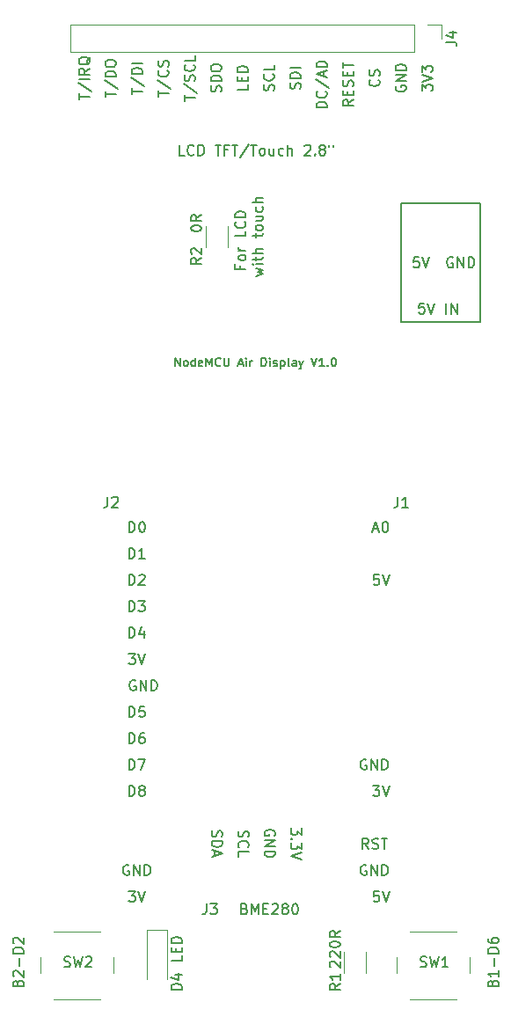
<source format=gbr>
G04 #@! TF.FileFunction,Legend,Top*
%FSLAX46Y46*%
G04 Gerber Fmt 4.6, Leading zero omitted, Abs format (unit mm)*
G04 Created by KiCad (PCBNEW 4.0.7) date 12/22/18 00:45:09*
%MOMM*%
%LPD*%
G01*
G04 APERTURE LIST*
%ADD10C,0.100000*%
%ADD11C,0.200000*%
%ADD12C,0.150000*%
%ADD13C,0.120000*%
G04 APERTURE END LIST*
D10*
D11*
X72477381Y-59856428D02*
X72477381Y-59284999D01*
X73477381Y-59570714D02*
X72477381Y-59570714D01*
X72429762Y-58237380D02*
X73715476Y-59094523D01*
X73477381Y-57904047D02*
X72477381Y-57904047D01*
X73477381Y-56856428D02*
X73001190Y-57189762D01*
X73477381Y-57427857D02*
X72477381Y-57427857D01*
X72477381Y-57046904D01*
X72525000Y-56951666D01*
X72572619Y-56904047D01*
X72667857Y-56856428D01*
X72810714Y-56856428D01*
X72905952Y-56904047D01*
X72953571Y-56951666D01*
X73001190Y-57046904D01*
X73001190Y-57427857D01*
X73572619Y-55761190D02*
X73525000Y-55856428D01*
X73429762Y-55951666D01*
X73286905Y-56094523D01*
X73239286Y-56189762D01*
X73239286Y-56285000D01*
X73477381Y-56237381D02*
X73429762Y-56332619D01*
X73334524Y-56427857D01*
X73144048Y-56475476D01*
X72810714Y-56475476D01*
X72620238Y-56427857D01*
X72525000Y-56332619D01*
X72477381Y-56237381D01*
X72477381Y-56046904D01*
X72525000Y-55951666D01*
X72620238Y-55856428D01*
X72810714Y-55808809D01*
X73144048Y-55808809D01*
X73334524Y-55856428D01*
X73429762Y-55951666D01*
X73477381Y-56046904D01*
X73477381Y-56237381D01*
X77557381Y-59332619D02*
X77557381Y-58761190D01*
X78557381Y-59046905D02*
X77557381Y-59046905D01*
X77509762Y-57713571D02*
X78795476Y-58570714D01*
X78557381Y-57380238D02*
X77557381Y-57380238D01*
X77557381Y-57142143D01*
X77605000Y-56999285D01*
X77700238Y-56904047D01*
X77795476Y-56856428D01*
X77985952Y-56808809D01*
X78128810Y-56808809D01*
X78319286Y-56856428D01*
X78414524Y-56904047D01*
X78509762Y-56999285D01*
X78557381Y-57142143D01*
X78557381Y-57380238D01*
X78557381Y-56380238D02*
X77557381Y-56380238D01*
X75017381Y-59618333D02*
X75017381Y-59046904D01*
X76017381Y-59332619D02*
X75017381Y-59332619D01*
X74969762Y-57999285D02*
X76255476Y-58856428D01*
X76017381Y-57665952D02*
X75017381Y-57665952D01*
X75017381Y-57427857D01*
X75065000Y-57284999D01*
X75160238Y-57189761D01*
X75255476Y-57142142D01*
X75445952Y-57094523D01*
X75588810Y-57094523D01*
X75779286Y-57142142D01*
X75874524Y-57189761D01*
X75969762Y-57284999D01*
X76017381Y-57427857D01*
X76017381Y-57665952D01*
X75017381Y-56475476D02*
X75017381Y-56284999D01*
X75065000Y-56189761D01*
X75160238Y-56094523D01*
X75350714Y-56046904D01*
X75684048Y-56046904D01*
X75874524Y-56094523D01*
X75969762Y-56189761D01*
X76017381Y-56284999D01*
X76017381Y-56475476D01*
X75969762Y-56570714D01*
X75874524Y-56665952D01*
X75684048Y-56713571D01*
X75350714Y-56713571D01*
X75160238Y-56665952D01*
X75065000Y-56570714D01*
X75017381Y-56475476D01*
X80097381Y-59570714D02*
X80097381Y-58999285D01*
X81097381Y-59285000D02*
X80097381Y-59285000D01*
X80049762Y-57951666D02*
X81335476Y-58808809D01*
X81002143Y-57046904D02*
X81049762Y-57094523D01*
X81097381Y-57237380D01*
X81097381Y-57332618D01*
X81049762Y-57475476D01*
X80954524Y-57570714D01*
X80859286Y-57618333D01*
X80668810Y-57665952D01*
X80525952Y-57665952D01*
X80335476Y-57618333D01*
X80240238Y-57570714D01*
X80145000Y-57475476D01*
X80097381Y-57332618D01*
X80097381Y-57237380D01*
X80145000Y-57094523D01*
X80192619Y-57046904D01*
X81049762Y-56665952D02*
X81097381Y-56523095D01*
X81097381Y-56284999D01*
X81049762Y-56189761D01*
X81002143Y-56142142D01*
X80906905Y-56094523D01*
X80811667Y-56094523D01*
X80716429Y-56142142D01*
X80668810Y-56189761D01*
X80621190Y-56284999D01*
X80573571Y-56475476D01*
X80525952Y-56570714D01*
X80478333Y-56618333D01*
X80383095Y-56665952D01*
X80287857Y-56665952D01*
X80192619Y-56618333D01*
X80145000Y-56570714D01*
X80097381Y-56475476D01*
X80097381Y-56237380D01*
X80145000Y-56094523D01*
X82637381Y-59975476D02*
X82637381Y-59404047D01*
X83637381Y-59689762D02*
X82637381Y-59689762D01*
X82589762Y-58356428D02*
X83875476Y-59213571D01*
X83589762Y-58070714D02*
X83637381Y-57927857D01*
X83637381Y-57689761D01*
X83589762Y-57594523D01*
X83542143Y-57546904D01*
X83446905Y-57499285D01*
X83351667Y-57499285D01*
X83256429Y-57546904D01*
X83208810Y-57594523D01*
X83161190Y-57689761D01*
X83113571Y-57880238D01*
X83065952Y-57975476D01*
X83018333Y-58023095D01*
X82923095Y-58070714D01*
X82827857Y-58070714D01*
X82732619Y-58023095D01*
X82685000Y-57975476D01*
X82637381Y-57880238D01*
X82637381Y-57642142D01*
X82685000Y-57499285D01*
X83542143Y-56499285D02*
X83589762Y-56546904D01*
X83637381Y-56689761D01*
X83637381Y-56784999D01*
X83589762Y-56927857D01*
X83494524Y-57023095D01*
X83399286Y-57070714D01*
X83208810Y-57118333D01*
X83065952Y-57118333D01*
X82875476Y-57070714D01*
X82780238Y-57023095D01*
X82685000Y-56927857D01*
X82637381Y-56784999D01*
X82637381Y-56689761D01*
X82685000Y-56546904D01*
X82732619Y-56499285D01*
X83637381Y-55594523D02*
X83637381Y-56070714D01*
X82637381Y-56070714D01*
X86129762Y-59094524D02*
X86177381Y-58951667D01*
X86177381Y-58713571D01*
X86129762Y-58618333D01*
X86082143Y-58570714D01*
X85986905Y-58523095D01*
X85891667Y-58523095D01*
X85796429Y-58570714D01*
X85748810Y-58618333D01*
X85701190Y-58713571D01*
X85653571Y-58904048D01*
X85605952Y-58999286D01*
X85558333Y-59046905D01*
X85463095Y-59094524D01*
X85367857Y-59094524D01*
X85272619Y-59046905D01*
X85225000Y-58999286D01*
X85177381Y-58904048D01*
X85177381Y-58665952D01*
X85225000Y-58523095D01*
X86177381Y-58094524D02*
X85177381Y-58094524D01*
X85177381Y-57856429D01*
X85225000Y-57713571D01*
X85320238Y-57618333D01*
X85415476Y-57570714D01*
X85605952Y-57523095D01*
X85748810Y-57523095D01*
X85939286Y-57570714D01*
X86034524Y-57618333D01*
X86129762Y-57713571D01*
X86177381Y-57856429D01*
X86177381Y-58094524D01*
X85177381Y-56904048D02*
X85177381Y-56713571D01*
X85225000Y-56618333D01*
X85320238Y-56523095D01*
X85510714Y-56475476D01*
X85844048Y-56475476D01*
X86034524Y-56523095D01*
X86129762Y-56618333D01*
X86177381Y-56713571D01*
X86177381Y-56904048D01*
X86129762Y-56999286D01*
X86034524Y-57094524D01*
X85844048Y-57142143D01*
X85510714Y-57142143D01*
X85320238Y-57094524D01*
X85225000Y-56999286D01*
X85177381Y-56904048D01*
D12*
X88003571Y-75810714D02*
X88003571Y-76144048D01*
X88527381Y-76144048D02*
X87527381Y-76144048D01*
X87527381Y-75667857D01*
X88527381Y-75144048D02*
X88479762Y-75239286D01*
X88432143Y-75286905D01*
X88336905Y-75334524D01*
X88051190Y-75334524D01*
X87955952Y-75286905D01*
X87908333Y-75239286D01*
X87860714Y-75144048D01*
X87860714Y-75001190D01*
X87908333Y-74905952D01*
X87955952Y-74858333D01*
X88051190Y-74810714D01*
X88336905Y-74810714D01*
X88432143Y-74858333D01*
X88479762Y-74905952D01*
X88527381Y-75001190D01*
X88527381Y-75144048D01*
X88527381Y-74382143D02*
X87860714Y-74382143D01*
X88051190Y-74382143D02*
X87955952Y-74334524D01*
X87908333Y-74286905D01*
X87860714Y-74191667D01*
X87860714Y-74096428D01*
X88527381Y-72524999D02*
X88527381Y-73001190D01*
X87527381Y-73001190D01*
X88432143Y-71620237D02*
X88479762Y-71667856D01*
X88527381Y-71810713D01*
X88527381Y-71905951D01*
X88479762Y-72048809D01*
X88384524Y-72144047D01*
X88289286Y-72191666D01*
X88098810Y-72239285D01*
X87955952Y-72239285D01*
X87765476Y-72191666D01*
X87670238Y-72144047D01*
X87575000Y-72048809D01*
X87527381Y-71905951D01*
X87527381Y-71810713D01*
X87575000Y-71667856D01*
X87622619Y-71620237D01*
X88527381Y-71191666D02*
X87527381Y-71191666D01*
X87527381Y-70953571D01*
X87575000Y-70810713D01*
X87670238Y-70715475D01*
X87765476Y-70667856D01*
X87955952Y-70620237D01*
X88098810Y-70620237D01*
X88289286Y-70667856D01*
X88384524Y-70715475D01*
X88479762Y-70810713D01*
X88527381Y-70953571D01*
X88527381Y-71191666D01*
X89510714Y-76834524D02*
X90177381Y-76644048D01*
X89701190Y-76453571D01*
X90177381Y-76263095D01*
X89510714Y-76072619D01*
X90177381Y-75691667D02*
X89510714Y-75691667D01*
X89177381Y-75691667D02*
X89225000Y-75739286D01*
X89272619Y-75691667D01*
X89225000Y-75644048D01*
X89177381Y-75691667D01*
X89272619Y-75691667D01*
X89510714Y-75358334D02*
X89510714Y-74977382D01*
X89177381Y-75215477D02*
X90034524Y-75215477D01*
X90129762Y-75167858D01*
X90177381Y-75072620D01*
X90177381Y-74977382D01*
X90177381Y-74644048D02*
X89177381Y-74644048D01*
X90177381Y-74215476D02*
X89653571Y-74215476D01*
X89558333Y-74263095D01*
X89510714Y-74358333D01*
X89510714Y-74501191D01*
X89558333Y-74596429D01*
X89605952Y-74644048D01*
X89510714Y-73120238D02*
X89510714Y-72739286D01*
X89177381Y-72977381D02*
X90034524Y-72977381D01*
X90129762Y-72929762D01*
X90177381Y-72834524D01*
X90177381Y-72739286D01*
X90177381Y-72263095D02*
X90129762Y-72358333D01*
X90082143Y-72405952D01*
X89986905Y-72453571D01*
X89701190Y-72453571D01*
X89605952Y-72405952D01*
X89558333Y-72358333D01*
X89510714Y-72263095D01*
X89510714Y-72120237D01*
X89558333Y-72024999D01*
X89605952Y-71977380D01*
X89701190Y-71929761D01*
X89986905Y-71929761D01*
X90082143Y-71977380D01*
X90129762Y-72024999D01*
X90177381Y-72120237D01*
X90177381Y-72263095D01*
X89510714Y-71072618D02*
X90177381Y-71072618D01*
X89510714Y-71501190D02*
X90034524Y-71501190D01*
X90129762Y-71453571D01*
X90177381Y-71358333D01*
X90177381Y-71215475D01*
X90129762Y-71120237D01*
X90082143Y-71072618D01*
X90129762Y-70167856D02*
X90177381Y-70263094D01*
X90177381Y-70453571D01*
X90129762Y-70548809D01*
X90082143Y-70596428D01*
X89986905Y-70644047D01*
X89701190Y-70644047D01*
X89605952Y-70596428D01*
X89558333Y-70548809D01*
X89510714Y-70453571D01*
X89510714Y-70263094D01*
X89558333Y-70167856D01*
X90177381Y-69739285D02*
X89177381Y-69739285D01*
X90177381Y-69310713D02*
X89653571Y-69310713D01*
X89558333Y-69358332D01*
X89510714Y-69453570D01*
X89510714Y-69596428D01*
X89558333Y-69691666D01*
X89605952Y-69739285D01*
D11*
X111125000Y-69850000D02*
X103505000Y-69850000D01*
X111125000Y-81280000D02*
X111125000Y-69850000D01*
X103505000Y-81280000D02*
X111125000Y-81280000D01*
X103505000Y-69850000D02*
X103505000Y-81280000D01*
X100353881Y-131960881D02*
X100020547Y-131484690D01*
X99782452Y-131960881D02*
X99782452Y-130960881D01*
X100163405Y-130960881D01*
X100258643Y-131008500D01*
X100306262Y-131056119D01*
X100353881Y-131151357D01*
X100353881Y-131294214D01*
X100306262Y-131389452D01*
X100258643Y-131437071D01*
X100163405Y-131484690D01*
X99782452Y-131484690D01*
X100734833Y-131913262D02*
X100877690Y-131960881D01*
X101115786Y-131960881D01*
X101211024Y-131913262D01*
X101258643Y-131865643D01*
X101306262Y-131770405D01*
X101306262Y-131675167D01*
X101258643Y-131579929D01*
X101211024Y-131532310D01*
X101115786Y-131484690D01*
X100925309Y-131437071D01*
X100830071Y-131389452D01*
X100782452Y-131341833D01*
X100734833Y-131246595D01*
X100734833Y-131151357D01*
X100782452Y-131056119D01*
X100830071Y-131008500D01*
X100925309Y-130960881D01*
X101163405Y-130960881D01*
X101306262Y-131008500D01*
X101591976Y-130960881D02*
X102163405Y-130960881D01*
X101877690Y-131960881D02*
X101877690Y-130960881D01*
X108458096Y-75065000D02*
X108362858Y-75017381D01*
X108220001Y-75017381D01*
X108077143Y-75065000D01*
X107981905Y-75160238D01*
X107934286Y-75255476D01*
X107886667Y-75445952D01*
X107886667Y-75588810D01*
X107934286Y-75779286D01*
X107981905Y-75874524D01*
X108077143Y-75969762D01*
X108220001Y-76017381D01*
X108315239Y-76017381D01*
X108458096Y-75969762D01*
X108505715Y-75922143D01*
X108505715Y-75588810D01*
X108315239Y-75588810D01*
X108934286Y-76017381D02*
X108934286Y-75017381D01*
X109505715Y-76017381D01*
X109505715Y-75017381D01*
X109981905Y-76017381D02*
X109981905Y-75017381D01*
X110220000Y-75017381D01*
X110362858Y-75065000D01*
X110458096Y-75160238D01*
X110505715Y-75255476D01*
X110553334Y-75445952D01*
X110553334Y-75588810D01*
X110505715Y-75779286D01*
X110458096Y-75874524D01*
X110362858Y-75969762D01*
X110220000Y-76017381D01*
X109981905Y-76017381D01*
X105219524Y-75017381D02*
X104743333Y-75017381D01*
X104695714Y-75493571D01*
X104743333Y-75445952D01*
X104838571Y-75398333D01*
X105076667Y-75398333D01*
X105171905Y-75445952D01*
X105219524Y-75493571D01*
X105267143Y-75588810D01*
X105267143Y-75826905D01*
X105219524Y-75922143D01*
X105171905Y-75969762D01*
X105076667Y-76017381D01*
X104838571Y-76017381D01*
X104743333Y-75969762D01*
X104695714Y-75922143D01*
X105552857Y-75017381D02*
X105886190Y-76017381D01*
X106219524Y-75017381D01*
X77303405Y-101480881D02*
X77303405Y-100480881D01*
X77541500Y-100480881D01*
X77684358Y-100528500D01*
X77779596Y-100623738D01*
X77827215Y-100718976D01*
X77874834Y-100909452D01*
X77874834Y-101052310D01*
X77827215Y-101242786D01*
X77779596Y-101338024D01*
X77684358Y-101433262D01*
X77541500Y-101480881D01*
X77303405Y-101480881D01*
X78493881Y-100480881D02*
X78589120Y-100480881D01*
X78684358Y-100528500D01*
X78731977Y-100576119D01*
X78779596Y-100671357D01*
X78827215Y-100861833D01*
X78827215Y-101099929D01*
X78779596Y-101290405D01*
X78731977Y-101385643D01*
X78684358Y-101433262D01*
X78589120Y-101480881D01*
X78493881Y-101480881D01*
X78398643Y-101433262D01*
X78351024Y-101385643D01*
X78303405Y-101290405D01*
X78255786Y-101099929D01*
X78255786Y-100861833D01*
X78303405Y-100671357D01*
X78351024Y-100576119D01*
X78398643Y-100528500D01*
X78493881Y-100480881D01*
X85320238Y-130230714D02*
X85272619Y-130373571D01*
X85272619Y-130611667D01*
X85320238Y-130706905D01*
X85367857Y-130754524D01*
X85463095Y-130802143D01*
X85558333Y-130802143D01*
X85653571Y-130754524D01*
X85701190Y-130706905D01*
X85748810Y-130611667D01*
X85796429Y-130421190D01*
X85844048Y-130325952D01*
X85891667Y-130278333D01*
X85986905Y-130230714D01*
X86082143Y-130230714D01*
X86177381Y-130278333D01*
X86225000Y-130325952D01*
X86272619Y-130421190D01*
X86272619Y-130659286D01*
X86225000Y-130802143D01*
X85272619Y-131230714D02*
X86272619Y-131230714D01*
X86272619Y-131468809D01*
X86225000Y-131611667D01*
X86129762Y-131706905D01*
X86034524Y-131754524D01*
X85844048Y-131802143D01*
X85701190Y-131802143D01*
X85510714Y-131754524D01*
X85415476Y-131706905D01*
X85320238Y-131611667D01*
X85272619Y-131468809D01*
X85272619Y-131230714D01*
X85558333Y-132183095D02*
X85558333Y-132659286D01*
X85272619Y-132087857D02*
X86272619Y-132421190D01*
X85272619Y-132754524D01*
X87860238Y-130254524D02*
X87812619Y-130397381D01*
X87812619Y-130635477D01*
X87860238Y-130730715D01*
X87907857Y-130778334D01*
X88003095Y-130825953D01*
X88098333Y-130825953D01*
X88193571Y-130778334D01*
X88241190Y-130730715D01*
X88288810Y-130635477D01*
X88336429Y-130445000D01*
X88384048Y-130349762D01*
X88431667Y-130302143D01*
X88526905Y-130254524D01*
X88622143Y-130254524D01*
X88717381Y-130302143D01*
X88765000Y-130349762D01*
X88812619Y-130445000D01*
X88812619Y-130683096D01*
X88765000Y-130825953D01*
X87907857Y-131825953D02*
X87860238Y-131778334D01*
X87812619Y-131635477D01*
X87812619Y-131540239D01*
X87860238Y-131397381D01*
X87955476Y-131302143D01*
X88050714Y-131254524D01*
X88241190Y-131206905D01*
X88384048Y-131206905D01*
X88574524Y-131254524D01*
X88669762Y-131302143D01*
X88765000Y-131397381D01*
X88812619Y-131540239D01*
X88812619Y-131635477D01*
X88765000Y-131778334D01*
X88717381Y-131825953D01*
X87812619Y-132730715D02*
X87812619Y-132254524D01*
X88812619Y-132254524D01*
X91305000Y-130683096D02*
X91352619Y-130587858D01*
X91352619Y-130445001D01*
X91305000Y-130302143D01*
X91209762Y-130206905D01*
X91114524Y-130159286D01*
X90924048Y-130111667D01*
X90781190Y-130111667D01*
X90590714Y-130159286D01*
X90495476Y-130206905D01*
X90400238Y-130302143D01*
X90352619Y-130445001D01*
X90352619Y-130540239D01*
X90400238Y-130683096D01*
X90447857Y-130730715D01*
X90781190Y-130730715D01*
X90781190Y-130540239D01*
X90352619Y-131159286D02*
X91352619Y-131159286D01*
X90352619Y-131730715D01*
X91352619Y-131730715D01*
X90352619Y-132206905D02*
X91352619Y-132206905D01*
X91352619Y-132445000D01*
X91305000Y-132587858D01*
X91209762Y-132683096D01*
X91114524Y-132730715D01*
X90924048Y-132778334D01*
X90781190Y-132778334D01*
X90590714Y-132730715D01*
X90495476Y-132683096D01*
X90400238Y-132587858D01*
X90352619Y-132445000D01*
X90352619Y-132206905D01*
X93892619Y-129968810D02*
X93892619Y-130587858D01*
X93511667Y-130254524D01*
X93511667Y-130397382D01*
X93464048Y-130492620D01*
X93416429Y-130540239D01*
X93321190Y-130587858D01*
X93083095Y-130587858D01*
X92987857Y-130540239D01*
X92940238Y-130492620D01*
X92892619Y-130397382D01*
X92892619Y-130111667D01*
X92940238Y-130016429D01*
X92987857Y-129968810D01*
X92987857Y-131016429D02*
X92940238Y-131064048D01*
X92892619Y-131016429D01*
X92940238Y-130968810D01*
X92987857Y-131016429D01*
X92892619Y-131016429D01*
X93892619Y-131397381D02*
X93892619Y-132016429D01*
X93511667Y-131683095D01*
X93511667Y-131825953D01*
X93464048Y-131921191D01*
X93416429Y-131968810D01*
X93321190Y-132016429D01*
X93083095Y-132016429D01*
X92987857Y-131968810D01*
X92940238Y-131921191D01*
X92892619Y-131825953D01*
X92892619Y-131540238D01*
X92940238Y-131445000D01*
X92987857Y-131397381D01*
X93892619Y-132302143D02*
X92892619Y-132635476D01*
X93892619Y-132968810D01*
X101322143Y-57951666D02*
X101369762Y-57999285D01*
X101417381Y-58142142D01*
X101417381Y-58237380D01*
X101369762Y-58380238D01*
X101274524Y-58475476D01*
X101179286Y-58523095D01*
X100988810Y-58570714D01*
X100845952Y-58570714D01*
X100655476Y-58523095D01*
X100560238Y-58475476D01*
X100465000Y-58380238D01*
X100417381Y-58237380D01*
X100417381Y-58142142D01*
X100465000Y-57999285D01*
X100512619Y-57951666D01*
X101369762Y-57570714D02*
X101417381Y-57427857D01*
X101417381Y-57189761D01*
X101369762Y-57094523D01*
X101322143Y-57046904D01*
X101226905Y-56999285D01*
X101131667Y-56999285D01*
X101036429Y-57046904D01*
X100988810Y-57094523D01*
X100941190Y-57189761D01*
X100893571Y-57380238D01*
X100845952Y-57475476D01*
X100798333Y-57523095D01*
X100703095Y-57570714D01*
X100607857Y-57570714D01*
X100512619Y-57523095D01*
X100465000Y-57475476D01*
X100417381Y-57380238D01*
X100417381Y-57142142D01*
X100465000Y-56999285D01*
X98877381Y-59872381D02*
X98401190Y-60205715D01*
X98877381Y-60443810D02*
X97877381Y-60443810D01*
X97877381Y-60062857D01*
X97925000Y-59967619D01*
X97972619Y-59920000D01*
X98067857Y-59872381D01*
X98210714Y-59872381D01*
X98305952Y-59920000D01*
X98353571Y-59967619D01*
X98401190Y-60062857D01*
X98401190Y-60443810D01*
X98353571Y-59443810D02*
X98353571Y-59110476D01*
X98877381Y-58967619D02*
X98877381Y-59443810D01*
X97877381Y-59443810D01*
X97877381Y-58967619D01*
X98829762Y-58586667D02*
X98877381Y-58443810D01*
X98877381Y-58205714D01*
X98829762Y-58110476D01*
X98782143Y-58062857D01*
X98686905Y-58015238D01*
X98591667Y-58015238D01*
X98496429Y-58062857D01*
X98448810Y-58110476D01*
X98401190Y-58205714D01*
X98353571Y-58396191D01*
X98305952Y-58491429D01*
X98258333Y-58539048D01*
X98163095Y-58586667D01*
X98067857Y-58586667D01*
X97972619Y-58539048D01*
X97925000Y-58491429D01*
X97877381Y-58396191D01*
X97877381Y-58158095D01*
X97925000Y-58015238D01*
X98353571Y-57586667D02*
X98353571Y-57253333D01*
X98877381Y-57110476D02*
X98877381Y-57586667D01*
X97877381Y-57586667D01*
X97877381Y-57110476D01*
X97877381Y-56824762D02*
X97877381Y-56253333D01*
X98877381Y-56539048D02*
X97877381Y-56539048D01*
X88717381Y-58427857D02*
X88717381Y-58904048D01*
X87717381Y-58904048D01*
X88193571Y-58094524D02*
X88193571Y-57761190D01*
X88717381Y-57618333D02*
X88717381Y-58094524D01*
X87717381Y-58094524D01*
X87717381Y-57618333D01*
X88717381Y-57189762D02*
X87717381Y-57189762D01*
X87717381Y-56951667D01*
X87765000Y-56808809D01*
X87860238Y-56713571D01*
X87955476Y-56665952D01*
X88145952Y-56618333D01*
X88288810Y-56618333D01*
X88479286Y-56665952D01*
X88574524Y-56713571D01*
X88669762Y-56808809D01*
X88717381Y-56951667D01*
X88717381Y-57189762D01*
X105497381Y-59023095D02*
X105497381Y-58404047D01*
X105878333Y-58737381D01*
X105878333Y-58594523D01*
X105925952Y-58499285D01*
X105973571Y-58451666D01*
X106068810Y-58404047D01*
X106306905Y-58404047D01*
X106402143Y-58451666D01*
X106449762Y-58499285D01*
X106497381Y-58594523D01*
X106497381Y-58880238D01*
X106449762Y-58975476D01*
X106402143Y-59023095D01*
X105497381Y-58118333D02*
X106497381Y-57785000D01*
X105497381Y-57451666D01*
X105497381Y-57213571D02*
X105497381Y-56594523D01*
X105878333Y-56927857D01*
X105878333Y-56784999D01*
X105925952Y-56689761D01*
X105973571Y-56642142D01*
X106068810Y-56594523D01*
X106306905Y-56594523D01*
X106402143Y-56642142D01*
X106449762Y-56689761D01*
X106497381Y-56784999D01*
X106497381Y-57070714D01*
X106449762Y-57165952D01*
X106402143Y-57213571D01*
X82630238Y-65222381D02*
X82154047Y-65222381D01*
X82154047Y-64222381D01*
X83535000Y-65127143D02*
X83487381Y-65174762D01*
X83344524Y-65222381D01*
X83249286Y-65222381D01*
X83106428Y-65174762D01*
X83011190Y-65079524D01*
X82963571Y-64984286D01*
X82915952Y-64793810D01*
X82915952Y-64650952D01*
X82963571Y-64460476D01*
X83011190Y-64365238D01*
X83106428Y-64270000D01*
X83249286Y-64222381D01*
X83344524Y-64222381D01*
X83487381Y-64270000D01*
X83535000Y-64317619D01*
X83963571Y-65222381D02*
X83963571Y-64222381D01*
X84201666Y-64222381D01*
X84344524Y-64270000D01*
X84439762Y-64365238D01*
X84487381Y-64460476D01*
X84535000Y-64650952D01*
X84535000Y-64793810D01*
X84487381Y-64984286D01*
X84439762Y-65079524D01*
X84344524Y-65174762D01*
X84201666Y-65222381D01*
X83963571Y-65222381D01*
X85582619Y-64222381D02*
X86154048Y-64222381D01*
X85868333Y-65222381D02*
X85868333Y-64222381D01*
X86820715Y-64698571D02*
X86487381Y-64698571D01*
X86487381Y-65222381D02*
X86487381Y-64222381D01*
X86963572Y-64222381D01*
X87201667Y-64222381D02*
X87773096Y-64222381D01*
X87487381Y-65222381D02*
X87487381Y-64222381D01*
X88820715Y-64174762D02*
X87963572Y-65460476D01*
X89011191Y-64222381D02*
X89582620Y-64222381D01*
X89296905Y-65222381D02*
X89296905Y-64222381D01*
X90058810Y-65222381D02*
X89963572Y-65174762D01*
X89915953Y-65127143D01*
X89868334Y-65031905D01*
X89868334Y-64746190D01*
X89915953Y-64650952D01*
X89963572Y-64603333D01*
X90058810Y-64555714D01*
X90201668Y-64555714D01*
X90296906Y-64603333D01*
X90344525Y-64650952D01*
X90392144Y-64746190D01*
X90392144Y-65031905D01*
X90344525Y-65127143D01*
X90296906Y-65174762D01*
X90201668Y-65222381D01*
X90058810Y-65222381D01*
X91249287Y-64555714D02*
X91249287Y-65222381D01*
X90820715Y-64555714D02*
X90820715Y-65079524D01*
X90868334Y-65174762D01*
X90963572Y-65222381D01*
X91106430Y-65222381D01*
X91201668Y-65174762D01*
X91249287Y-65127143D01*
X92154049Y-65174762D02*
X92058811Y-65222381D01*
X91868334Y-65222381D01*
X91773096Y-65174762D01*
X91725477Y-65127143D01*
X91677858Y-65031905D01*
X91677858Y-64746190D01*
X91725477Y-64650952D01*
X91773096Y-64603333D01*
X91868334Y-64555714D01*
X92058811Y-64555714D01*
X92154049Y-64603333D01*
X92582620Y-65222381D02*
X92582620Y-64222381D01*
X93011192Y-65222381D02*
X93011192Y-64698571D01*
X92963573Y-64603333D01*
X92868335Y-64555714D01*
X92725477Y-64555714D01*
X92630239Y-64603333D01*
X92582620Y-64650952D01*
X94201668Y-64317619D02*
X94249287Y-64270000D01*
X94344525Y-64222381D01*
X94582621Y-64222381D01*
X94677859Y-64270000D01*
X94725478Y-64317619D01*
X94773097Y-64412857D01*
X94773097Y-64508095D01*
X94725478Y-64650952D01*
X94154049Y-65222381D01*
X94773097Y-65222381D01*
X95201668Y-65127143D02*
X95249287Y-65174762D01*
X95201668Y-65222381D01*
X95154049Y-65174762D01*
X95201668Y-65127143D01*
X95201668Y-65222381D01*
X95820715Y-64650952D02*
X95725477Y-64603333D01*
X95677858Y-64555714D01*
X95630239Y-64460476D01*
X95630239Y-64412857D01*
X95677858Y-64317619D01*
X95725477Y-64270000D01*
X95820715Y-64222381D01*
X96011192Y-64222381D01*
X96106430Y-64270000D01*
X96154049Y-64317619D01*
X96201668Y-64412857D01*
X96201668Y-64460476D01*
X96154049Y-64555714D01*
X96106430Y-64603333D01*
X96011192Y-64650952D01*
X95820715Y-64650952D01*
X95725477Y-64698571D01*
X95677858Y-64746190D01*
X95630239Y-64841429D01*
X95630239Y-65031905D01*
X95677858Y-65127143D01*
X95725477Y-65174762D01*
X95820715Y-65222381D01*
X96011192Y-65222381D01*
X96106430Y-65174762D01*
X96154049Y-65127143D01*
X96201668Y-65031905D01*
X96201668Y-64841429D01*
X96154049Y-64746190D01*
X96106430Y-64698571D01*
X96011192Y-64650952D01*
X96582620Y-64222381D02*
X96582620Y-64412857D01*
X96963573Y-64222381D02*
X96963573Y-64412857D01*
X77279596Y-133548500D02*
X77184358Y-133500881D01*
X77041501Y-133500881D01*
X76898643Y-133548500D01*
X76803405Y-133643738D01*
X76755786Y-133738976D01*
X76708167Y-133929452D01*
X76708167Y-134072310D01*
X76755786Y-134262786D01*
X76803405Y-134358024D01*
X76898643Y-134453262D01*
X77041501Y-134500881D01*
X77136739Y-134500881D01*
X77279596Y-134453262D01*
X77327215Y-134405643D01*
X77327215Y-134072310D01*
X77136739Y-134072310D01*
X77755786Y-134500881D02*
X77755786Y-133500881D01*
X78327215Y-134500881D01*
X78327215Y-133500881D01*
X78803405Y-134500881D02*
X78803405Y-133500881D01*
X79041500Y-133500881D01*
X79184358Y-133548500D01*
X79279596Y-133643738D01*
X79327215Y-133738976D01*
X79374834Y-133929452D01*
X79374834Y-134072310D01*
X79327215Y-134262786D01*
X79279596Y-134358024D01*
X79184358Y-134453262D01*
X79041500Y-134500881D01*
X78803405Y-134500881D01*
X77279595Y-136040881D02*
X77898643Y-136040881D01*
X77565309Y-136421833D01*
X77708167Y-136421833D01*
X77803405Y-136469452D01*
X77851024Y-136517071D01*
X77898643Y-136612310D01*
X77898643Y-136850405D01*
X77851024Y-136945643D01*
X77803405Y-136993262D01*
X77708167Y-137040881D01*
X77422452Y-137040881D01*
X77327214Y-136993262D01*
X77279595Y-136945643D01*
X78184357Y-136040881D02*
X78517690Y-137040881D01*
X78851024Y-136040881D01*
X100822214Y-101195167D02*
X101298405Y-101195167D01*
X100726976Y-101480881D02*
X101060309Y-100480881D01*
X101393643Y-101480881D01*
X101917452Y-100480881D02*
X102012691Y-100480881D01*
X102107929Y-100528500D01*
X102155548Y-100576119D01*
X102203167Y-100671357D01*
X102250786Y-100861833D01*
X102250786Y-101099929D01*
X102203167Y-101290405D01*
X102155548Y-101385643D01*
X102107929Y-101433262D01*
X102012691Y-101480881D01*
X101917452Y-101480881D01*
X101822214Y-101433262D01*
X101774595Y-101385643D01*
X101726976Y-101290405D01*
X101679357Y-101099929D01*
X101679357Y-100861833D01*
X101726976Y-100671357D01*
X101774595Y-100576119D01*
X101822214Y-100528500D01*
X101917452Y-100480881D01*
X101346024Y-105560881D02*
X100869833Y-105560881D01*
X100822214Y-106037071D01*
X100869833Y-105989452D01*
X100965071Y-105941833D01*
X101203167Y-105941833D01*
X101298405Y-105989452D01*
X101346024Y-106037071D01*
X101393643Y-106132310D01*
X101393643Y-106370405D01*
X101346024Y-106465643D01*
X101298405Y-106513262D01*
X101203167Y-106560881D01*
X100965071Y-106560881D01*
X100869833Y-106513262D01*
X100822214Y-106465643D01*
X101679357Y-105560881D02*
X102012690Y-106560881D01*
X102346024Y-105560881D01*
X77914596Y-115768500D02*
X77819358Y-115720881D01*
X77676501Y-115720881D01*
X77533643Y-115768500D01*
X77438405Y-115863738D01*
X77390786Y-115958976D01*
X77343167Y-116149452D01*
X77343167Y-116292310D01*
X77390786Y-116482786D01*
X77438405Y-116578024D01*
X77533643Y-116673262D01*
X77676501Y-116720881D01*
X77771739Y-116720881D01*
X77914596Y-116673262D01*
X77962215Y-116625643D01*
X77962215Y-116292310D01*
X77771739Y-116292310D01*
X78390786Y-116720881D02*
X78390786Y-115720881D01*
X78962215Y-116720881D01*
X78962215Y-115720881D01*
X79438405Y-116720881D02*
X79438405Y-115720881D01*
X79676500Y-115720881D01*
X79819358Y-115768500D01*
X79914596Y-115863738D01*
X79962215Y-115958976D01*
X80009834Y-116149452D01*
X80009834Y-116292310D01*
X79962215Y-116482786D01*
X79914596Y-116578024D01*
X79819358Y-116673262D01*
X79676500Y-116720881D01*
X79438405Y-116720881D01*
X100139596Y-133548500D02*
X100044358Y-133500881D01*
X99901501Y-133500881D01*
X99758643Y-133548500D01*
X99663405Y-133643738D01*
X99615786Y-133738976D01*
X99568167Y-133929452D01*
X99568167Y-134072310D01*
X99615786Y-134262786D01*
X99663405Y-134358024D01*
X99758643Y-134453262D01*
X99901501Y-134500881D01*
X99996739Y-134500881D01*
X100139596Y-134453262D01*
X100187215Y-134405643D01*
X100187215Y-134072310D01*
X99996739Y-134072310D01*
X100615786Y-134500881D02*
X100615786Y-133500881D01*
X101187215Y-134500881D01*
X101187215Y-133500881D01*
X101663405Y-134500881D02*
X101663405Y-133500881D01*
X101901500Y-133500881D01*
X102044358Y-133548500D01*
X102139596Y-133643738D01*
X102187215Y-133738976D01*
X102234834Y-133929452D01*
X102234834Y-134072310D01*
X102187215Y-134262786D01*
X102139596Y-134358024D01*
X102044358Y-134453262D01*
X101901500Y-134500881D01*
X101663405Y-134500881D01*
X100139596Y-123388500D02*
X100044358Y-123340881D01*
X99901501Y-123340881D01*
X99758643Y-123388500D01*
X99663405Y-123483738D01*
X99615786Y-123578976D01*
X99568167Y-123769452D01*
X99568167Y-123912310D01*
X99615786Y-124102786D01*
X99663405Y-124198024D01*
X99758643Y-124293262D01*
X99901501Y-124340881D01*
X99996739Y-124340881D01*
X100139596Y-124293262D01*
X100187215Y-124245643D01*
X100187215Y-123912310D01*
X99996739Y-123912310D01*
X100615786Y-124340881D02*
X100615786Y-123340881D01*
X101187215Y-124340881D01*
X101187215Y-123340881D01*
X101663405Y-124340881D02*
X101663405Y-123340881D01*
X101901500Y-123340881D01*
X102044358Y-123388500D01*
X102139596Y-123483738D01*
X102187215Y-123578976D01*
X102234834Y-123769452D01*
X102234834Y-123912310D01*
X102187215Y-124102786D01*
X102139596Y-124198024D01*
X102044358Y-124293262D01*
X101901500Y-124340881D01*
X101663405Y-124340881D01*
X101346024Y-136040881D02*
X100869833Y-136040881D01*
X100822214Y-136517071D01*
X100869833Y-136469452D01*
X100965071Y-136421833D01*
X101203167Y-136421833D01*
X101298405Y-136469452D01*
X101346024Y-136517071D01*
X101393643Y-136612310D01*
X101393643Y-136850405D01*
X101346024Y-136945643D01*
X101298405Y-136993262D01*
X101203167Y-137040881D01*
X100965071Y-137040881D01*
X100869833Y-136993262D01*
X100822214Y-136945643D01*
X101679357Y-136040881D02*
X102012690Y-137040881D01*
X102346024Y-136040881D01*
X100774595Y-125880881D02*
X101393643Y-125880881D01*
X101060309Y-126261833D01*
X101203167Y-126261833D01*
X101298405Y-126309452D01*
X101346024Y-126357071D01*
X101393643Y-126452310D01*
X101393643Y-126690405D01*
X101346024Y-126785643D01*
X101298405Y-126833262D01*
X101203167Y-126880881D01*
X100917452Y-126880881D01*
X100822214Y-126833262D01*
X100774595Y-126785643D01*
X101679357Y-125880881D02*
X102012690Y-126880881D01*
X102346024Y-125880881D01*
X77279595Y-113180881D02*
X77898643Y-113180881D01*
X77565309Y-113561833D01*
X77708167Y-113561833D01*
X77803405Y-113609452D01*
X77851024Y-113657071D01*
X77898643Y-113752310D01*
X77898643Y-113990405D01*
X77851024Y-114085643D01*
X77803405Y-114133262D01*
X77708167Y-114180881D01*
X77422452Y-114180881D01*
X77327214Y-114133262D01*
X77279595Y-114085643D01*
X78184357Y-113180881D02*
X78517690Y-114180881D01*
X78851024Y-113180881D01*
X77303405Y-121800881D02*
X77303405Y-120800881D01*
X77541500Y-120800881D01*
X77684358Y-120848500D01*
X77779596Y-120943738D01*
X77827215Y-121038976D01*
X77874834Y-121229452D01*
X77874834Y-121372310D01*
X77827215Y-121562786D01*
X77779596Y-121658024D01*
X77684358Y-121753262D01*
X77541500Y-121800881D01*
X77303405Y-121800881D01*
X78731977Y-120800881D02*
X78541500Y-120800881D01*
X78446262Y-120848500D01*
X78398643Y-120896119D01*
X78303405Y-121038976D01*
X78255786Y-121229452D01*
X78255786Y-121610405D01*
X78303405Y-121705643D01*
X78351024Y-121753262D01*
X78446262Y-121800881D01*
X78636739Y-121800881D01*
X78731977Y-121753262D01*
X78779596Y-121705643D01*
X78827215Y-121610405D01*
X78827215Y-121372310D01*
X78779596Y-121277071D01*
X78731977Y-121229452D01*
X78636739Y-121181833D01*
X78446262Y-121181833D01*
X78351024Y-121229452D01*
X78303405Y-121277071D01*
X78255786Y-121372310D01*
X77303405Y-111640881D02*
X77303405Y-110640881D01*
X77541500Y-110640881D01*
X77684358Y-110688500D01*
X77779596Y-110783738D01*
X77827215Y-110878976D01*
X77874834Y-111069452D01*
X77874834Y-111212310D01*
X77827215Y-111402786D01*
X77779596Y-111498024D01*
X77684358Y-111593262D01*
X77541500Y-111640881D01*
X77303405Y-111640881D01*
X78731977Y-110974214D02*
X78731977Y-111640881D01*
X78493881Y-110593262D02*
X78255786Y-111307548D01*
X78874834Y-111307548D01*
X77303405Y-109100881D02*
X77303405Y-108100881D01*
X77541500Y-108100881D01*
X77684358Y-108148500D01*
X77779596Y-108243738D01*
X77827215Y-108338976D01*
X77874834Y-108529452D01*
X77874834Y-108672310D01*
X77827215Y-108862786D01*
X77779596Y-108958024D01*
X77684358Y-109053262D01*
X77541500Y-109100881D01*
X77303405Y-109100881D01*
X78208167Y-108100881D02*
X78827215Y-108100881D01*
X78493881Y-108481833D01*
X78636739Y-108481833D01*
X78731977Y-108529452D01*
X78779596Y-108577071D01*
X78827215Y-108672310D01*
X78827215Y-108910405D01*
X78779596Y-109005643D01*
X78731977Y-109053262D01*
X78636739Y-109100881D01*
X78351024Y-109100881D01*
X78255786Y-109053262D01*
X78208167Y-109005643D01*
X77303405Y-119260881D02*
X77303405Y-118260881D01*
X77541500Y-118260881D01*
X77684358Y-118308500D01*
X77779596Y-118403738D01*
X77827215Y-118498976D01*
X77874834Y-118689452D01*
X77874834Y-118832310D01*
X77827215Y-119022786D01*
X77779596Y-119118024D01*
X77684358Y-119213262D01*
X77541500Y-119260881D01*
X77303405Y-119260881D01*
X78779596Y-118260881D02*
X78303405Y-118260881D01*
X78255786Y-118737071D01*
X78303405Y-118689452D01*
X78398643Y-118641833D01*
X78636739Y-118641833D01*
X78731977Y-118689452D01*
X78779596Y-118737071D01*
X78827215Y-118832310D01*
X78827215Y-119070405D01*
X78779596Y-119165643D01*
X78731977Y-119213262D01*
X78636739Y-119260881D01*
X78398643Y-119260881D01*
X78303405Y-119213262D01*
X78255786Y-119165643D01*
D12*
X81757214Y-85515405D02*
X81757214Y-84715405D01*
X82214357Y-85515405D01*
X82214357Y-84715405D01*
X82709595Y-85515405D02*
X82633404Y-85477310D01*
X82595309Y-85439214D01*
X82557214Y-85363024D01*
X82557214Y-85134452D01*
X82595309Y-85058262D01*
X82633404Y-85020167D01*
X82709595Y-84982071D01*
X82823881Y-84982071D01*
X82900071Y-85020167D01*
X82938166Y-85058262D01*
X82976262Y-85134452D01*
X82976262Y-85363024D01*
X82938166Y-85439214D01*
X82900071Y-85477310D01*
X82823881Y-85515405D01*
X82709595Y-85515405D01*
X83661976Y-85515405D02*
X83661976Y-84715405D01*
X83661976Y-85477310D02*
X83585786Y-85515405D01*
X83433405Y-85515405D01*
X83357214Y-85477310D01*
X83319119Y-85439214D01*
X83281024Y-85363024D01*
X83281024Y-85134452D01*
X83319119Y-85058262D01*
X83357214Y-85020167D01*
X83433405Y-84982071D01*
X83585786Y-84982071D01*
X83661976Y-85020167D01*
X84347691Y-85477310D02*
X84271501Y-85515405D01*
X84119120Y-85515405D01*
X84042929Y-85477310D01*
X84004834Y-85401119D01*
X84004834Y-85096357D01*
X84042929Y-85020167D01*
X84119120Y-84982071D01*
X84271501Y-84982071D01*
X84347691Y-85020167D01*
X84385786Y-85096357D01*
X84385786Y-85172548D01*
X84004834Y-85248738D01*
X84728643Y-85515405D02*
X84728643Y-84715405D01*
X84995310Y-85286833D01*
X85261977Y-84715405D01*
X85261977Y-85515405D01*
X86100072Y-85439214D02*
X86061977Y-85477310D01*
X85947691Y-85515405D01*
X85871501Y-85515405D01*
X85757215Y-85477310D01*
X85681024Y-85401119D01*
X85642929Y-85324929D01*
X85604834Y-85172548D01*
X85604834Y-85058262D01*
X85642929Y-84905881D01*
X85681024Y-84829690D01*
X85757215Y-84753500D01*
X85871501Y-84715405D01*
X85947691Y-84715405D01*
X86061977Y-84753500D01*
X86100072Y-84791595D01*
X86442929Y-84715405D02*
X86442929Y-85363024D01*
X86481024Y-85439214D01*
X86519120Y-85477310D01*
X86595310Y-85515405D01*
X86747691Y-85515405D01*
X86823882Y-85477310D01*
X86861977Y-85439214D01*
X86900072Y-85363024D01*
X86900072Y-84715405D01*
X87852453Y-85286833D02*
X88233405Y-85286833D01*
X87776262Y-85515405D02*
X88042929Y-84715405D01*
X88309596Y-85515405D01*
X88576262Y-85515405D02*
X88576262Y-84982071D01*
X88576262Y-84715405D02*
X88538167Y-84753500D01*
X88576262Y-84791595D01*
X88614357Y-84753500D01*
X88576262Y-84715405D01*
X88576262Y-84791595D01*
X88957214Y-85515405D02*
X88957214Y-84982071D01*
X88957214Y-85134452D02*
X88995309Y-85058262D01*
X89033405Y-85020167D01*
X89109595Y-84982071D01*
X89185786Y-84982071D01*
X90061976Y-85515405D02*
X90061976Y-84715405D01*
X90252452Y-84715405D01*
X90366738Y-84753500D01*
X90442929Y-84829690D01*
X90481024Y-84905881D01*
X90519119Y-85058262D01*
X90519119Y-85172548D01*
X90481024Y-85324929D01*
X90442929Y-85401119D01*
X90366738Y-85477310D01*
X90252452Y-85515405D01*
X90061976Y-85515405D01*
X90861976Y-85515405D02*
X90861976Y-84982071D01*
X90861976Y-84715405D02*
X90823881Y-84753500D01*
X90861976Y-84791595D01*
X90900071Y-84753500D01*
X90861976Y-84715405D01*
X90861976Y-84791595D01*
X91204833Y-85477310D02*
X91281023Y-85515405D01*
X91433404Y-85515405D01*
X91509595Y-85477310D01*
X91547690Y-85401119D01*
X91547690Y-85363024D01*
X91509595Y-85286833D01*
X91433404Y-85248738D01*
X91319119Y-85248738D01*
X91242928Y-85210643D01*
X91204833Y-85134452D01*
X91204833Y-85096357D01*
X91242928Y-85020167D01*
X91319119Y-84982071D01*
X91433404Y-84982071D01*
X91509595Y-85020167D01*
X91890547Y-84982071D02*
X91890547Y-85782071D01*
X91890547Y-85020167D02*
X91966738Y-84982071D01*
X92119119Y-84982071D01*
X92195309Y-85020167D01*
X92233404Y-85058262D01*
X92271500Y-85134452D01*
X92271500Y-85363024D01*
X92233404Y-85439214D01*
X92195309Y-85477310D01*
X92119119Y-85515405D01*
X91966738Y-85515405D01*
X91890547Y-85477310D01*
X92728643Y-85515405D02*
X92652452Y-85477310D01*
X92614357Y-85401119D01*
X92614357Y-84715405D01*
X93376262Y-85515405D02*
X93376262Y-85096357D01*
X93338167Y-85020167D01*
X93261977Y-84982071D01*
X93109596Y-84982071D01*
X93033405Y-85020167D01*
X93376262Y-85477310D02*
X93300072Y-85515405D01*
X93109596Y-85515405D01*
X93033405Y-85477310D01*
X92995310Y-85401119D01*
X92995310Y-85324929D01*
X93033405Y-85248738D01*
X93109596Y-85210643D01*
X93300072Y-85210643D01*
X93376262Y-85172548D01*
X93681025Y-84982071D02*
X93871501Y-85515405D01*
X94061977Y-84982071D02*
X93871501Y-85515405D01*
X93795310Y-85705881D01*
X93757215Y-85743976D01*
X93681025Y-85782071D01*
X94861977Y-84715405D02*
X95128644Y-85515405D01*
X95395311Y-84715405D01*
X96081025Y-85515405D02*
X95623882Y-85515405D01*
X95852453Y-85515405D02*
X95852453Y-84715405D01*
X95776263Y-84829690D01*
X95700072Y-84905881D01*
X95623882Y-84943976D01*
X96423882Y-85439214D02*
X96461977Y-85477310D01*
X96423882Y-85515405D01*
X96385787Y-85477310D01*
X96423882Y-85439214D01*
X96423882Y-85515405D01*
X96957215Y-84715405D02*
X97033406Y-84715405D01*
X97109596Y-84753500D01*
X97147691Y-84791595D01*
X97185787Y-84867786D01*
X97223882Y-85020167D01*
X97223882Y-85210643D01*
X97185787Y-85363024D01*
X97147691Y-85439214D01*
X97109596Y-85477310D01*
X97033406Y-85515405D01*
X96957215Y-85515405D01*
X96881025Y-85477310D01*
X96842929Y-85439214D01*
X96804834Y-85363024D01*
X96766739Y-85210643D01*
X96766739Y-85020167D01*
X96804834Y-84867786D01*
X96842929Y-84791595D01*
X96881025Y-84753500D01*
X96957215Y-84715405D01*
D11*
X77303405Y-126880881D02*
X77303405Y-125880881D01*
X77541500Y-125880881D01*
X77684358Y-125928500D01*
X77779596Y-126023738D01*
X77827215Y-126118976D01*
X77874834Y-126309452D01*
X77874834Y-126452310D01*
X77827215Y-126642786D01*
X77779596Y-126738024D01*
X77684358Y-126833262D01*
X77541500Y-126880881D01*
X77303405Y-126880881D01*
X78446262Y-126309452D02*
X78351024Y-126261833D01*
X78303405Y-126214214D01*
X78255786Y-126118976D01*
X78255786Y-126071357D01*
X78303405Y-125976119D01*
X78351024Y-125928500D01*
X78446262Y-125880881D01*
X78636739Y-125880881D01*
X78731977Y-125928500D01*
X78779596Y-125976119D01*
X78827215Y-126071357D01*
X78827215Y-126118976D01*
X78779596Y-126214214D01*
X78731977Y-126261833D01*
X78636739Y-126309452D01*
X78446262Y-126309452D01*
X78351024Y-126357071D01*
X78303405Y-126404690D01*
X78255786Y-126499929D01*
X78255786Y-126690405D01*
X78303405Y-126785643D01*
X78351024Y-126833262D01*
X78446262Y-126880881D01*
X78636739Y-126880881D01*
X78731977Y-126833262D01*
X78779596Y-126785643D01*
X78827215Y-126690405D01*
X78827215Y-126499929D01*
X78779596Y-126404690D01*
X78731977Y-126357071D01*
X78636739Y-126309452D01*
X77303405Y-124340881D02*
X77303405Y-123340881D01*
X77541500Y-123340881D01*
X77684358Y-123388500D01*
X77779596Y-123483738D01*
X77827215Y-123578976D01*
X77874834Y-123769452D01*
X77874834Y-123912310D01*
X77827215Y-124102786D01*
X77779596Y-124198024D01*
X77684358Y-124293262D01*
X77541500Y-124340881D01*
X77303405Y-124340881D01*
X78208167Y-123340881D02*
X78874834Y-123340881D01*
X78446262Y-124340881D01*
X77303405Y-106560881D02*
X77303405Y-105560881D01*
X77541500Y-105560881D01*
X77684358Y-105608500D01*
X77779596Y-105703738D01*
X77827215Y-105798976D01*
X77874834Y-105989452D01*
X77874834Y-106132310D01*
X77827215Y-106322786D01*
X77779596Y-106418024D01*
X77684358Y-106513262D01*
X77541500Y-106560881D01*
X77303405Y-106560881D01*
X78255786Y-105656119D02*
X78303405Y-105608500D01*
X78398643Y-105560881D01*
X78636739Y-105560881D01*
X78731977Y-105608500D01*
X78779596Y-105656119D01*
X78827215Y-105751357D01*
X78827215Y-105846595D01*
X78779596Y-105989452D01*
X78208167Y-106560881D01*
X78827215Y-106560881D01*
X77303405Y-104020881D02*
X77303405Y-103020881D01*
X77541500Y-103020881D01*
X77684358Y-103068500D01*
X77779596Y-103163738D01*
X77827215Y-103258976D01*
X77874834Y-103449452D01*
X77874834Y-103592310D01*
X77827215Y-103782786D01*
X77779596Y-103878024D01*
X77684358Y-103973262D01*
X77541500Y-104020881D01*
X77303405Y-104020881D01*
X78827215Y-104020881D02*
X78255786Y-104020881D01*
X78541500Y-104020881D02*
X78541500Y-103020881D01*
X78446262Y-103163738D01*
X78351024Y-103258976D01*
X78255786Y-103306595D01*
X96337381Y-60634286D02*
X95337381Y-60634286D01*
X95337381Y-60396191D01*
X95385000Y-60253333D01*
X95480238Y-60158095D01*
X95575476Y-60110476D01*
X95765952Y-60062857D01*
X95908810Y-60062857D01*
X96099286Y-60110476D01*
X96194524Y-60158095D01*
X96289762Y-60253333D01*
X96337381Y-60396191D01*
X96337381Y-60634286D01*
X96242143Y-59062857D02*
X96289762Y-59110476D01*
X96337381Y-59253333D01*
X96337381Y-59348571D01*
X96289762Y-59491429D01*
X96194524Y-59586667D01*
X96099286Y-59634286D01*
X95908810Y-59681905D01*
X95765952Y-59681905D01*
X95575476Y-59634286D01*
X95480238Y-59586667D01*
X95385000Y-59491429D01*
X95337381Y-59348571D01*
X95337381Y-59253333D01*
X95385000Y-59110476D01*
X95432619Y-59062857D01*
X95289762Y-57920000D02*
X96575476Y-58777143D01*
X96051667Y-57634286D02*
X96051667Y-57158095D01*
X96337381Y-57729524D02*
X95337381Y-57396191D01*
X96337381Y-57062857D01*
X96337381Y-56729524D02*
X95337381Y-56729524D01*
X95337381Y-56491429D01*
X95385000Y-56348571D01*
X95480238Y-56253333D01*
X95575476Y-56205714D01*
X95765952Y-56158095D01*
X95908810Y-56158095D01*
X96099286Y-56205714D01*
X96194524Y-56253333D01*
X96289762Y-56348571D01*
X96337381Y-56491429D01*
X96337381Y-56729524D01*
X103005000Y-58546904D02*
X102957381Y-58642142D01*
X102957381Y-58784999D01*
X103005000Y-58927857D01*
X103100238Y-59023095D01*
X103195476Y-59070714D01*
X103385952Y-59118333D01*
X103528810Y-59118333D01*
X103719286Y-59070714D01*
X103814524Y-59023095D01*
X103909762Y-58927857D01*
X103957381Y-58784999D01*
X103957381Y-58689761D01*
X103909762Y-58546904D01*
X103862143Y-58499285D01*
X103528810Y-58499285D01*
X103528810Y-58689761D01*
X103957381Y-58070714D02*
X102957381Y-58070714D01*
X103957381Y-57499285D01*
X102957381Y-57499285D01*
X103957381Y-57023095D02*
X102957381Y-57023095D01*
X102957381Y-56785000D01*
X103005000Y-56642142D01*
X103100238Y-56546904D01*
X103195476Y-56499285D01*
X103385952Y-56451666D01*
X103528810Y-56451666D01*
X103719286Y-56499285D01*
X103814524Y-56546904D01*
X103909762Y-56642142D01*
X103957381Y-56785000D01*
X103957381Y-57023095D01*
X91209762Y-58975476D02*
X91257381Y-58832619D01*
X91257381Y-58594523D01*
X91209762Y-58499285D01*
X91162143Y-58451666D01*
X91066905Y-58404047D01*
X90971667Y-58404047D01*
X90876429Y-58451666D01*
X90828810Y-58499285D01*
X90781190Y-58594523D01*
X90733571Y-58785000D01*
X90685952Y-58880238D01*
X90638333Y-58927857D01*
X90543095Y-58975476D01*
X90447857Y-58975476D01*
X90352619Y-58927857D01*
X90305000Y-58880238D01*
X90257381Y-58785000D01*
X90257381Y-58546904D01*
X90305000Y-58404047D01*
X91162143Y-57404047D02*
X91209762Y-57451666D01*
X91257381Y-57594523D01*
X91257381Y-57689761D01*
X91209762Y-57832619D01*
X91114524Y-57927857D01*
X91019286Y-57975476D01*
X90828810Y-58023095D01*
X90685952Y-58023095D01*
X90495476Y-57975476D01*
X90400238Y-57927857D01*
X90305000Y-57832619D01*
X90257381Y-57689761D01*
X90257381Y-57594523D01*
X90305000Y-57451666D01*
X90352619Y-57404047D01*
X91257381Y-56499285D02*
X91257381Y-56975476D01*
X90257381Y-56975476D01*
X93749762Y-58808809D02*
X93797381Y-58665952D01*
X93797381Y-58427856D01*
X93749762Y-58332618D01*
X93702143Y-58284999D01*
X93606905Y-58237380D01*
X93511667Y-58237380D01*
X93416429Y-58284999D01*
X93368810Y-58332618D01*
X93321190Y-58427856D01*
X93273571Y-58618333D01*
X93225952Y-58713571D01*
X93178333Y-58761190D01*
X93083095Y-58808809D01*
X92987857Y-58808809D01*
X92892619Y-58761190D01*
X92845000Y-58713571D01*
X92797381Y-58618333D01*
X92797381Y-58380237D01*
X92845000Y-58237380D01*
X93797381Y-57808809D02*
X92797381Y-57808809D01*
X92797381Y-57570714D01*
X92845000Y-57427856D01*
X92940238Y-57332618D01*
X93035476Y-57284999D01*
X93225952Y-57237380D01*
X93368810Y-57237380D01*
X93559286Y-57284999D01*
X93654524Y-57332618D01*
X93749762Y-57427856D01*
X93797381Y-57570714D01*
X93797381Y-57808809D01*
X93797381Y-56808809D02*
X92797381Y-56808809D01*
D13*
X100130000Y-141875000D02*
X100130000Y-143875000D01*
X97990000Y-143875000D02*
X97990000Y-141875000D01*
X80960000Y-139775000D02*
X79060000Y-139775000D01*
X79060000Y-139775000D02*
X79060000Y-144475000D01*
X80960000Y-139775000D02*
X80960000Y-144475000D01*
X71695000Y-52645000D02*
X71695000Y-55305000D01*
X104775000Y-52645000D02*
X71695000Y-52645000D01*
X104775000Y-55305000D02*
X71695000Y-55305000D01*
X104775000Y-52645000D02*
X104775000Y-55305000D01*
X106045000Y-52645000D02*
X107375000Y-52645000D01*
X107375000Y-52645000D02*
X107375000Y-53975000D01*
X108855000Y-139915000D02*
X104355000Y-139915000D01*
X110105000Y-143915000D02*
X110105000Y-142415000D01*
X104355000Y-146415000D02*
X108855000Y-146415000D01*
X103105000Y-142415000D02*
X103105000Y-143915000D01*
X74565000Y-139915000D02*
X70065000Y-139915000D01*
X75815000Y-143915000D02*
X75815000Y-142415000D01*
X70065000Y-146415000D02*
X74565000Y-146415000D01*
X68815000Y-142415000D02*
X68815000Y-143915000D01*
X86795000Y-72025000D02*
X86795000Y-74025000D01*
X84655000Y-74025000D02*
X84655000Y-72025000D01*
D12*
X84756667Y-137247381D02*
X84756667Y-137961667D01*
X84709047Y-138104524D01*
X84613809Y-138199762D01*
X84470952Y-138247381D01*
X84375714Y-138247381D01*
X85137619Y-137247381D02*
X85756667Y-137247381D01*
X85423333Y-137628333D01*
X85566191Y-137628333D01*
X85661429Y-137675952D01*
X85709048Y-137723571D01*
X85756667Y-137818810D01*
X85756667Y-138056905D01*
X85709048Y-138152143D01*
X85661429Y-138199762D01*
X85566191Y-138247381D01*
X85280476Y-138247381D01*
X85185238Y-138199762D01*
X85137619Y-138152143D01*
X88424048Y-137723571D02*
X88566905Y-137771190D01*
X88614524Y-137818810D01*
X88662143Y-137914048D01*
X88662143Y-138056905D01*
X88614524Y-138152143D01*
X88566905Y-138199762D01*
X88471667Y-138247381D01*
X88090714Y-138247381D01*
X88090714Y-137247381D01*
X88424048Y-137247381D01*
X88519286Y-137295000D01*
X88566905Y-137342619D01*
X88614524Y-137437857D01*
X88614524Y-137533095D01*
X88566905Y-137628333D01*
X88519286Y-137675952D01*
X88424048Y-137723571D01*
X88090714Y-137723571D01*
X89090714Y-138247381D02*
X89090714Y-137247381D01*
X89424048Y-137961667D01*
X89757381Y-137247381D01*
X89757381Y-138247381D01*
X90233571Y-137723571D02*
X90566905Y-137723571D01*
X90709762Y-138247381D02*
X90233571Y-138247381D01*
X90233571Y-137247381D01*
X90709762Y-137247381D01*
X91090714Y-137342619D02*
X91138333Y-137295000D01*
X91233571Y-137247381D01*
X91471667Y-137247381D01*
X91566905Y-137295000D01*
X91614524Y-137342619D01*
X91662143Y-137437857D01*
X91662143Y-137533095D01*
X91614524Y-137675952D01*
X91043095Y-138247381D01*
X91662143Y-138247381D01*
X92233571Y-137675952D02*
X92138333Y-137628333D01*
X92090714Y-137580714D01*
X92043095Y-137485476D01*
X92043095Y-137437857D01*
X92090714Y-137342619D01*
X92138333Y-137295000D01*
X92233571Y-137247381D01*
X92424048Y-137247381D01*
X92519286Y-137295000D01*
X92566905Y-137342619D01*
X92614524Y-137437857D01*
X92614524Y-137485476D01*
X92566905Y-137580714D01*
X92519286Y-137628333D01*
X92424048Y-137675952D01*
X92233571Y-137675952D01*
X92138333Y-137723571D01*
X92090714Y-137771190D01*
X92043095Y-137866429D01*
X92043095Y-138056905D01*
X92090714Y-138152143D01*
X92138333Y-138199762D01*
X92233571Y-138247381D01*
X92424048Y-138247381D01*
X92519286Y-138199762D01*
X92566905Y-138152143D01*
X92614524Y-138056905D01*
X92614524Y-137866429D01*
X92566905Y-137771190D01*
X92519286Y-137723571D01*
X92424048Y-137675952D01*
X93233571Y-137247381D02*
X93328810Y-137247381D01*
X93424048Y-137295000D01*
X93471667Y-137342619D01*
X93519286Y-137437857D01*
X93566905Y-137628333D01*
X93566905Y-137866429D01*
X93519286Y-138056905D01*
X93471667Y-138152143D01*
X93424048Y-138199762D01*
X93328810Y-138247381D01*
X93233571Y-138247381D01*
X93138333Y-138199762D01*
X93090714Y-138152143D01*
X93043095Y-138056905D01*
X92995476Y-137866429D01*
X92995476Y-137628333D01*
X93043095Y-137437857D01*
X93090714Y-137342619D01*
X93138333Y-137295000D01*
X93233571Y-137247381D01*
X97607381Y-144946666D02*
X97131190Y-145280000D01*
X97607381Y-145518095D02*
X96607381Y-145518095D01*
X96607381Y-145137142D01*
X96655000Y-145041904D01*
X96702619Y-144994285D01*
X96797857Y-144946666D01*
X96940714Y-144946666D01*
X97035952Y-144994285D01*
X97083571Y-145041904D01*
X97131190Y-145137142D01*
X97131190Y-145518095D01*
X97607381Y-143994285D02*
X97607381Y-144565714D01*
X97607381Y-144280000D02*
X96607381Y-144280000D01*
X96750238Y-144375238D01*
X96845476Y-144470476D01*
X96893095Y-144565714D01*
X96702619Y-143343095D02*
X96655000Y-143295476D01*
X96607381Y-143200238D01*
X96607381Y-142962142D01*
X96655000Y-142866904D01*
X96702619Y-142819285D01*
X96797857Y-142771666D01*
X96893095Y-142771666D01*
X97035952Y-142819285D01*
X97607381Y-143390714D01*
X97607381Y-142771666D01*
X96702619Y-142390714D02*
X96655000Y-142343095D01*
X96607381Y-142247857D01*
X96607381Y-142009761D01*
X96655000Y-141914523D01*
X96702619Y-141866904D01*
X96797857Y-141819285D01*
X96893095Y-141819285D01*
X97035952Y-141866904D01*
X97607381Y-142438333D01*
X97607381Y-141819285D01*
X96607381Y-141200238D02*
X96607381Y-141104999D01*
X96655000Y-141009761D01*
X96702619Y-140962142D01*
X96797857Y-140914523D01*
X96988333Y-140866904D01*
X97226429Y-140866904D01*
X97416905Y-140914523D01*
X97512143Y-140962142D01*
X97559762Y-141009761D01*
X97607381Y-141104999D01*
X97607381Y-141200238D01*
X97559762Y-141295476D01*
X97512143Y-141343095D01*
X97416905Y-141390714D01*
X97226429Y-141438333D01*
X96988333Y-141438333D01*
X96797857Y-141390714D01*
X96702619Y-141343095D01*
X96655000Y-141295476D01*
X96607381Y-141200238D01*
X97607381Y-139866904D02*
X97131190Y-140200238D01*
X97607381Y-140438333D02*
X96607381Y-140438333D01*
X96607381Y-140057380D01*
X96655000Y-139962142D01*
X96702619Y-139914523D01*
X96797857Y-139866904D01*
X96940714Y-139866904D01*
X97035952Y-139914523D01*
X97083571Y-139962142D01*
X97131190Y-140057380D01*
X97131190Y-140438333D01*
X103171667Y-98087381D02*
X103171667Y-98801667D01*
X103124047Y-98944524D01*
X103028809Y-99039762D01*
X102885952Y-99087381D01*
X102790714Y-99087381D01*
X104171667Y-99087381D02*
X103600238Y-99087381D01*
X103885952Y-99087381D02*
X103885952Y-98087381D01*
X103790714Y-98230238D01*
X103695476Y-98325476D01*
X103600238Y-98373095D01*
X75231667Y-98087381D02*
X75231667Y-98801667D01*
X75184047Y-98944524D01*
X75088809Y-99039762D01*
X74945952Y-99087381D01*
X74850714Y-99087381D01*
X75660238Y-98182619D02*
X75707857Y-98135000D01*
X75803095Y-98087381D01*
X76041191Y-98087381D01*
X76136429Y-98135000D01*
X76184048Y-98182619D01*
X76231667Y-98277857D01*
X76231667Y-98373095D01*
X76184048Y-98515952D01*
X75612619Y-99087381D01*
X76231667Y-99087381D01*
X82367381Y-145518095D02*
X81367381Y-145518095D01*
X81367381Y-145280000D01*
X81415000Y-145137142D01*
X81510238Y-145041904D01*
X81605476Y-144994285D01*
X81795952Y-144946666D01*
X81938810Y-144946666D01*
X82129286Y-144994285D01*
X82224524Y-145041904D01*
X82319762Y-145137142D01*
X82367381Y-145280000D01*
X82367381Y-145518095D01*
X81700714Y-144089523D02*
X82367381Y-144089523D01*
X81319762Y-144327619D02*
X82034048Y-144565714D01*
X82034048Y-143946666D01*
X82367381Y-142247857D02*
X82367381Y-142724048D01*
X81367381Y-142724048D01*
X81843571Y-141914524D02*
X81843571Y-141581190D01*
X82367381Y-141438333D02*
X82367381Y-141914524D01*
X81367381Y-141914524D01*
X81367381Y-141438333D01*
X82367381Y-141009762D02*
X81367381Y-141009762D01*
X81367381Y-140771667D01*
X81415000Y-140628809D01*
X81510238Y-140533571D01*
X81605476Y-140485952D01*
X81795952Y-140438333D01*
X81938810Y-140438333D01*
X82129286Y-140485952D01*
X82224524Y-140533571D01*
X82319762Y-140628809D01*
X82367381Y-140771667D01*
X82367381Y-141009762D01*
X105727667Y-79462381D02*
X105251476Y-79462381D01*
X105203857Y-79938571D01*
X105251476Y-79890952D01*
X105346714Y-79843333D01*
X105584810Y-79843333D01*
X105680048Y-79890952D01*
X105727667Y-79938571D01*
X105775286Y-80033810D01*
X105775286Y-80271905D01*
X105727667Y-80367143D01*
X105680048Y-80414762D01*
X105584810Y-80462381D01*
X105346714Y-80462381D01*
X105251476Y-80414762D01*
X105203857Y-80367143D01*
X106061000Y-79462381D02*
X106394333Y-80462381D01*
X106727667Y-79462381D01*
X107822905Y-80462381D02*
X107822905Y-79462381D01*
X108299095Y-80462381D02*
X108299095Y-79462381D01*
X108870524Y-80462381D01*
X108870524Y-79462381D01*
X107827381Y-54308333D02*
X108541667Y-54308333D01*
X108684524Y-54355953D01*
X108779762Y-54451191D01*
X108827381Y-54594048D01*
X108827381Y-54689286D01*
X108160714Y-53403571D02*
X108827381Y-53403571D01*
X107779762Y-53641667D02*
X108494048Y-53879762D01*
X108494048Y-53260714D01*
X105346667Y-143279762D02*
X105489524Y-143327381D01*
X105727620Y-143327381D01*
X105822858Y-143279762D01*
X105870477Y-143232143D01*
X105918096Y-143136905D01*
X105918096Y-143041667D01*
X105870477Y-142946429D01*
X105822858Y-142898810D01*
X105727620Y-142851190D01*
X105537143Y-142803571D01*
X105441905Y-142755952D01*
X105394286Y-142708333D01*
X105346667Y-142613095D01*
X105346667Y-142517857D01*
X105394286Y-142422619D01*
X105441905Y-142375000D01*
X105537143Y-142327381D01*
X105775239Y-142327381D01*
X105918096Y-142375000D01*
X106251429Y-142327381D02*
X106489524Y-143327381D01*
X106680001Y-142613095D01*
X106870477Y-143327381D01*
X107108572Y-142327381D01*
X108013334Y-143327381D02*
X107441905Y-143327381D01*
X107727619Y-143327381D02*
X107727619Y-142327381D01*
X107632381Y-142470238D01*
X107537143Y-142565476D01*
X107441905Y-142613095D01*
X112323571Y-144874999D02*
X112371190Y-144732142D01*
X112418810Y-144684523D01*
X112514048Y-144636904D01*
X112656905Y-144636904D01*
X112752143Y-144684523D01*
X112799762Y-144732142D01*
X112847381Y-144827380D01*
X112847381Y-145208333D01*
X111847381Y-145208333D01*
X111847381Y-144874999D01*
X111895000Y-144779761D01*
X111942619Y-144732142D01*
X112037857Y-144684523D01*
X112133095Y-144684523D01*
X112228333Y-144732142D01*
X112275952Y-144779761D01*
X112323571Y-144874999D01*
X112323571Y-145208333D01*
X112847381Y-143684523D02*
X112847381Y-144255952D01*
X112847381Y-143970238D02*
X111847381Y-143970238D01*
X111990238Y-144065476D01*
X112085476Y-144160714D01*
X112133095Y-144255952D01*
X112466429Y-143255952D02*
X112466429Y-142494047D01*
X112847381Y-142017857D02*
X111847381Y-142017857D01*
X111847381Y-141779762D01*
X111895000Y-141636904D01*
X111990238Y-141541666D01*
X112085476Y-141494047D01*
X112275952Y-141446428D01*
X112418810Y-141446428D01*
X112609286Y-141494047D01*
X112704524Y-141541666D01*
X112799762Y-141636904D01*
X112847381Y-141779762D01*
X112847381Y-142017857D01*
X111847381Y-140589285D02*
X111847381Y-140779762D01*
X111895000Y-140875000D01*
X111942619Y-140922619D01*
X112085476Y-141017857D01*
X112275952Y-141065476D01*
X112656905Y-141065476D01*
X112752143Y-141017857D01*
X112799762Y-140970238D01*
X112847381Y-140875000D01*
X112847381Y-140684523D01*
X112799762Y-140589285D01*
X112752143Y-140541666D01*
X112656905Y-140494047D01*
X112418810Y-140494047D01*
X112323571Y-140541666D01*
X112275952Y-140589285D01*
X112228333Y-140684523D01*
X112228333Y-140875000D01*
X112275952Y-140970238D01*
X112323571Y-141017857D01*
X112418810Y-141065476D01*
X71056667Y-143279762D02*
X71199524Y-143327381D01*
X71437620Y-143327381D01*
X71532858Y-143279762D01*
X71580477Y-143232143D01*
X71628096Y-143136905D01*
X71628096Y-143041667D01*
X71580477Y-142946429D01*
X71532858Y-142898810D01*
X71437620Y-142851190D01*
X71247143Y-142803571D01*
X71151905Y-142755952D01*
X71104286Y-142708333D01*
X71056667Y-142613095D01*
X71056667Y-142517857D01*
X71104286Y-142422619D01*
X71151905Y-142375000D01*
X71247143Y-142327381D01*
X71485239Y-142327381D01*
X71628096Y-142375000D01*
X71961429Y-142327381D02*
X72199524Y-143327381D01*
X72390001Y-142613095D01*
X72580477Y-143327381D01*
X72818572Y-142327381D01*
X73151905Y-142422619D02*
X73199524Y-142375000D01*
X73294762Y-142327381D01*
X73532858Y-142327381D01*
X73628096Y-142375000D01*
X73675715Y-142422619D01*
X73723334Y-142517857D01*
X73723334Y-142613095D01*
X73675715Y-142755952D01*
X73104286Y-143327381D01*
X73723334Y-143327381D01*
X66603571Y-144874999D02*
X66651190Y-144732142D01*
X66698810Y-144684523D01*
X66794048Y-144636904D01*
X66936905Y-144636904D01*
X67032143Y-144684523D01*
X67079762Y-144732142D01*
X67127381Y-144827380D01*
X67127381Y-145208333D01*
X66127381Y-145208333D01*
X66127381Y-144874999D01*
X66175000Y-144779761D01*
X66222619Y-144732142D01*
X66317857Y-144684523D01*
X66413095Y-144684523D01*
X66508333Y-144732142D01*
X66555952Y-144779761D01*
X66603571Y-144874999D01*
X66603571Y-145208333D01*
X66222619Y-144255952D02*
X66175000Y-144208333D01*
X66127381Y-144113095D01*
X66127381Y-143874999D01*
X66175000Y-143779761D01*
X66222619Y-143732142D01*
X66317857Y-143684523D01*
X66413095Y-143684523D01*
X66555952Y-143732142D01*
X67127381Y-144303571D01*
X67127381Y-143684523D01*
X66746429Y-143255952D02*
X66746429Y-142494047D01*
X67127381Y-142017857D02*
X66127381Y-142017857D01*
X66127381Y-141779762D01*
X66175000Y-141636904D01*
X66270238Y-141541666D01*
X66365476Y-141494047D01*
X66555952Y-141446428D01*
X66698810Y-141446428D01*
X66889286Y-141494047D01*
X66984524Y-141541666D01*
X67079762Y-141636904D01*
X67127381Y-141779762D01*
X67127381Y-142017857D01*
X66222619Y-141065476D02*
X66175000Y-141017857D01*
X66127381Y-140922619D01*
X66127381Y-140684523D01*
X66175000Y-140589285D01*
X66222619Y-140541666D01*
X66317857Y-140494047D01*
X66413095Y-140494047D01*
X66555952Y-140541666D01*
X67127381Y-141113095D01*
X67127381Y-140494047D01*
X84272381Y-75096666D02*
X83796190Y-75430000D01*
X84272381Y-75668095D02*
X83272381Y-75668095D01*
X83272381Y-75287142D01*
X83320000Y-75191904D01*
X83367619Y-75144285D01*
X83462857Y-75096666D01*
X83605714Y-75096666D01*
X83700952Y-75144285D01*
X83748571Y-75191904D01*
X83796190Y-75287142D01*
X83796190Y-75668095D01*
X83367619Y-74715714D02*
X83320000Y-74668095D01*
X83272381Y-74572857D01*
X83272381Y-74334761D01*
X83320000Y-74239523D01*
X83367619Y-74191904D01*
X83462857Y-74144285D01*
X83558095Y-74144285D01*
X83700952Y-74191904D01*
X84272381Y-74763333D01*
X84272381Y-74144285D01*
X83272381Y-72302619D02*
X83272381Y-72207380D01*
X83320000Y-72112142D01*
X83367619Y-72064523D01*
X83462857Y-72016904D01*
X83653333Y-71969285D01*
X83891429Y-71969285D01*
X84081905Y-72016904D01*
X84177143Y-72064523D01*
X84224762Y-72112142D01*
X84272381Y-72207380D01*
X84272381Y-72302619D01*
X84224762Y-72397857D01*
X84177143Y-72445476D01*
X84081905Y-72493095D01*
X83891429Y-72540714D01*
X83653333Y-72540714D01*
X83462857Y-72493095D01*
X83367619Y-72445476D01*
X83320000Y-72397857D01*
X83272381Y-72302619D01*
X84272381Y-70969285D02*
X83796190Y-71302619D01*
X84272381Y-71540714D02*
X83272381Y-71540714D01*
X83272381Y-71159761D01*
X83320000Y-71064523D01*
X83367619Y-71016904D01*
X83462857Y-70969285D01*
X83605714Y-70969285D01*
X83700952Y-71016904D01*
X83748571Y-71064523D01*
X83796190Y-71159761D01*
X83796190Y-71540714D01*
M02*

</source>
